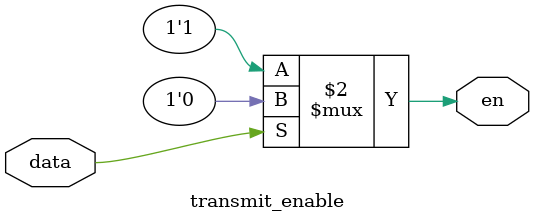
<source format=v>
module transmit_enable(en, data);
	output en;
	input data;
	
	
	assign en = (!data) ? 1'b1 : 1'b0;


endmodule
</source>
